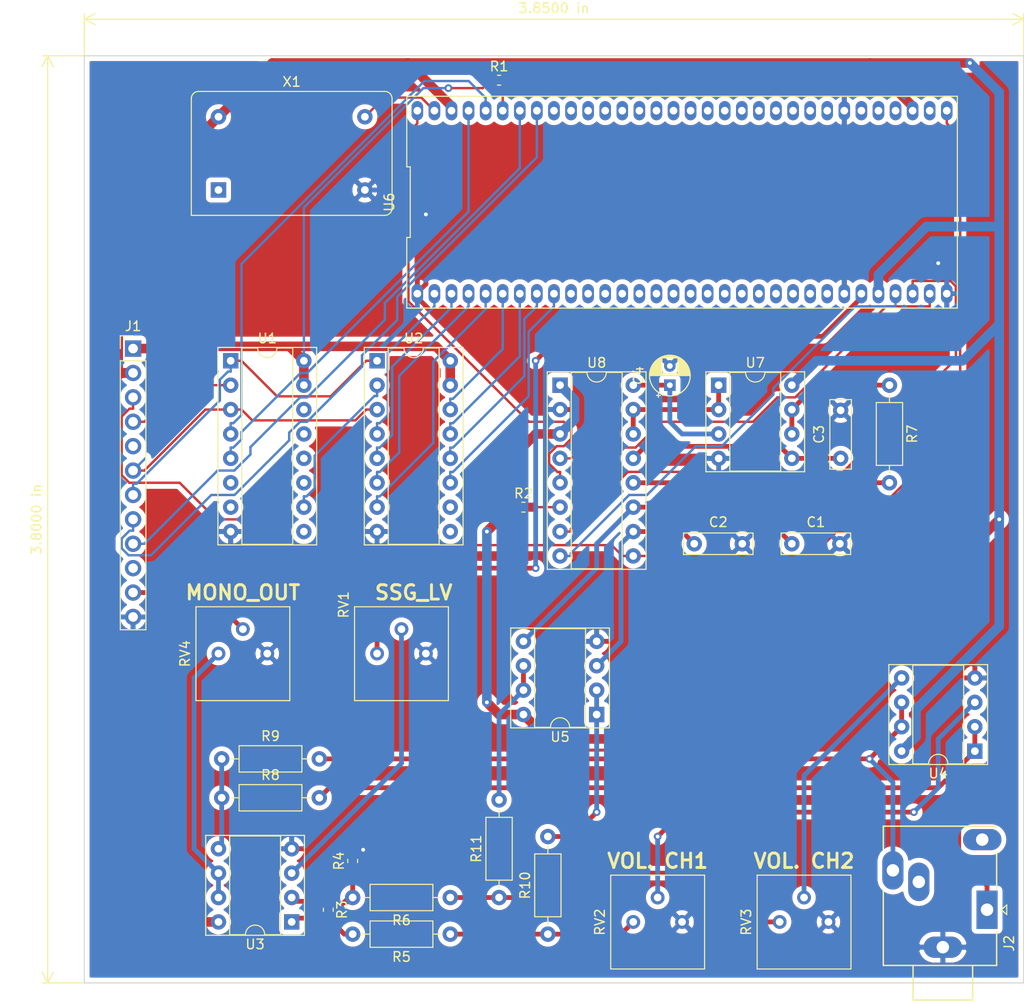
<source format=kicad_pcb>
(kicad_pcb (version 20171130) (host pcbnew "(5.1.4)-1")
  (title_block (title "YM2608 Test") (date 2020-01-15) (rev Rev.A) (company "Hiromichi Hatano"))
  (layers (0 F.Cu signal) (31 B.Cu signal) (34 B.Paste user) (35 F.Paste user) (36 B.SilkS user) (37 F.SilkS user) (38 B.Mask user) (39 F.Mask user) (44 Edge.Cuts user))
  (net 0 "")
  (net 1 "Net-(C1-Pad1)")
  (net 2 GND)
  (net 3 "Net-(C2-Pad1)")
  (net 4 "Net-(C3-Pad1)")
  (net 5 +3V3)
  (net 6 +5V)
  (net 7 RST)
  (net 8 SPI_MOSI)
  (net 9 SPI_SCK)
  (net 10 SPI_SS)
  (net 11 YM_CS)
  (net 12 YM_WR)
  (net 13 MONOSPK_OUT)
  (net 14 "Net-(J2-PadT)")
  (net 15 "Net-(J2-PadR)")
  (net 16 "Net-(R1-Pad2)")
  (net 17 "Net-(R2-Pad2)")
  (net 18 "Net-(R3-Pad2)")
  (net 19 "Net-(R3-Pad1)")
  (net 20 "Net-(RV1-Pad2)")
  (net 21 "Net-(RV2-Pad2)")
  (net 22 "Net-(RV3-Pad2)")
  (net 23 "Net-(U1-Pad10)")
  (net 24 "Net-(U1-Pad4)")
  (net 25 "Net-(U1-Pad5)")
  (net 26 "Net-(U2-Pad11)")
  (net 27 "Net-(U2-Pad4)")
  (net 28 "Net-(U2-Pad12)")
  (net 29 "Net-(U2-Pad5)")
  (net 30 "Net-(U2-Pad13)")
  (net 31 "Net-(U2-Pad6)")
  (net 32 "Net-(U2-Pad14)")
  (net 33 "Net-(U2-Pad7)")
  (net 34 "Net-(C4-Pad1)")
  (net 35 "Net-(R10-Pad1)")
  (net 36 "Net-(R11-Pad1)")
  (net 37 "Net-(R7-Pad2)")
  (net 38 "Net-(R7-Pad1)")
  (net 39 "Net-(R8-Pad1)")
  (net 40 "Net-(R10-Pad2)")
  (net 41 "Net-(R11-Pad2)")
  (net 42 "Net-(RV1-Pad3)")
  (net 43 "Net-(RV4-Pad3)")
  (net 44 "Net-(U6-Pad31)")
  (net 45 "Net-(U6-Pad30)")
  (net 46 "Net-(U6-Pad29)")
  (net 47 "Net-(U6-Pad63)")
  (net 48 "Net-(U6-Pad64)")
  (net 49 "Net-(U7-Pad1)")
  (module Resistor_SMD:R_0603_1608Metric_Pad1.05x0.95mm_HandSolder (layer F.Cu) (at 90.17 111.76 90)
    (fp_text reference R4 (at 0 -1.43 90) (layer F.SilkS))
    (fp_text value 4.7K)
    (pad 2 smd roundrect (at 0.875 0 90) (size 1.05 0.95) (layers F.Cu F.Paste F.Mask) (net 2 GND))
    (pad 1 smd roundrect (at -0.875 0 90) (size 1.05 0.95) (layers F.Cu F.Paste F.Mask) (net 18 "Net-(R3-Pad2)"))
  )
  (module Resistor_SMD:R_0603_1608Metric_Pad1.05x0.95mm_HandSolder (layer F.Cu) (at 87.63 116.84 270)
    (fp_text reference R3 (at 0 -1.43 90) (layer F.SilkS))
    (fp_text value 10K)
    (pad 2 smd roundrect (at 0.875 0 270) (size 1.05 0.95) (layers F.Cu F.Paste F.Mask) (net 18 "Net-(R3-Pad2)"))
    (pad 1 smd roundrect (at -0.875 0 270) (size 1.05 0.95) (layers F.Cu F.Paste F.Mask) (net 19 "Net-(R3-Pad1)"))
  )
  (module Capacitor_THT:C_Rect_L7.0mm_W2.0mm_P5.00mm (layer F.Cu) (at 140.97 69.85 90)
    (fp_text reference C3 (at 2.5 -2.25 90) (layer F.SilkS))
    (fp_text value 68-33pF)
    (pad 2 thru_hole circle (at 5 0 90) (size 1.6 1.6) (drill 0.8) (layers *.Cu *.Mask) (net 2 GND))
    (pad 1 thru_hole circle (at 0 0 90) (size 1.6 1.6) (drill 0.8) (layers *.Cu *.Mask) (net 4 "Net-(C3-Pad1)"))
  )
  (module new_lib:DIP-64_750_ELL (layer F.Cu) (at 124.46 43.18)
    (fp_text reference U6 (at -30.48 0 -270) (layer F.SilkS))
    (fp_text value YM2608B)
    (pad 32 thru_hole oval (at 27.559 9.525) (size 1.2 2) (drill 0.8) (layers *.Cu *.Mask) (net 2 GND))
    (pad 33 thru_hole oval (at 27.559 -9.525) (size 1.2 2) (drill 0.8) (layers *.Cu *.Mask) (net 7 RST))
    (pad 31 thru_hole oval (at 25.781 9.525) (size 1.2 2) (drill 0.8) (layers *.Cu *.Mask) (net 44 "Net-(U6-Pad31)"))
    (pad 34 thru_hole oval (at 25.781 -9.525) (size 1.2 2) (drill 0.8) (layers *.Cu *.Mask))
    (pad 30 thru_hole oval (at 24.003 9.525) (size 1.2 2) (drill 0.8) (layers *.Cu *.Mask) (net 45 "Net-(U6-Pad30)"))
    (pad 35 thru_hole oval (at 24.003 -9.525) (size 1.2 2) (drill 0.8) (layers *.Cu *.Mask) (net 6 +5V))
    (pad 29 thru_hole oval (at 22.225 9.525) (size 1.2 2) (drill 0.8) (layers *.Cu *.Mask) (net 46 "Net-(U6-Pad29)"))
    (pad 36 thru_hole oval (at 22.225 -9.525) (size 1.2 2) (drill 0.8) (layers *.Cu *.Mask))
    (pad 28 thru_hole oval (at 20.447 9.525) (size 1.2 2) (drill 0.8) (layers *.Cu *.Mask) (net 6 +5V))
    (pad 37 thru_hole oval (at 20.447 -9.525) (size 1.2 2) (drill 0.8) (layers *.Cu *.Mask))
    (pad 27 thru_hole oval (at 18.669 9.525) (size 1.2 2) (drill 0.8) (layers *.Cu *.Mask) (net 42 "Net-(RV1-Pad3)"))
    (pad 38 thru_hole oval (at 18.669 -9.525) (size 1.2 2) (drill 0.8) (layers *.Cu *.Mask))
    (pad 26 thru_hole oval (at 16.891 9.525) (size 1.2 2) (drill 0.8) (layers *.Cu *.Mask) (net 2 GND))
    (pad 39 thru_hole oval (at 16.891 -9.525) (size 1.2 2) (drill 0.8) (layers *.Cu *.Mask) (net 2 GND))
    (pad 25 thru_hole oval (at 15.113 9.525) (size 1.2 2) (drill 0.8) (layers *.Cu *.Mask))
    (pad 40 thru_hole oval (at 15.113 -9.525) (size 1.2 2) (drill 0.8) (layers *.Cu *.Mask))
    (pad 24 thru_hole oval (at 13.335 9.525) (size 1.2 2) (drill 0.8) (layers *.Cu *.Mask))
    (pad 41 thru_hole oval (at 13.335 -9.525) (size 1.2 2) (drill 0.8) (layers *.Cu *.Mask))
    (pad 23 thru_hole oval (at 11.557 9.525) (size 1.2 2) (drill 0.8) (layers *.Cu *.Mask))
    (pad 42 thru_hole oval (at 11.557 -9.525) (size 1.2 2) (drill 0.8) (layers *.Cu *.Mask))
    (pad 22 thru_hole oval (at 9.779 9.525) (size 1.2 2) (drill 0.8) (layers *.Cu *.Mask))
    (pad 43 thru_hole oval (at 9.779 -9.525) (size 1.2 2) (drill 0.8) (layers *.Cu *.Mask))
    (pad 21 thru_hole oval (at 8.001 9.525) (size 1.2 2) (drill 0.8) (layers *.Cu *.Mask))
    (pad 44 thru_hole oval (at 8.001 -9.525) (size 1.2 2) (drill 0.8) (layers *.Cu *.Mask))
    (pad 20 thru_hole oval (at 6.223 9.525) (size 1.2 2) (drill 0.8) (layers *.Cu *.Mask))
    (pad 45 thru_hole oval (at 6.223 -9.525) (size 1.2 2) (drill 0.8) (layers *.Cu *.Mask))
    (pad 19 thru_hole oval (at 4.445 9.525) (size 1.2 2) (drill 0.8) (layers *.Cu *.Mask))
    (pad 46 thru_hole oval (at 4.445 -9.525) (size 1.2 2) (drill 0.8) (layers *.Cu *.Mask))
    (pad 18 thru_hole oval (at 2.667 9.525) (size 1.2 2) (drill 0.8) (layers *.Cu *.Mask))
    (pad 47 thru_hole oval (at 2.667 -9.525) (size 1.2 2) (drill 0.8) (layers *.Cu *.Mask))
    (pad 17 thru_hole oval (at 0.889 9.525) (size 1.2 2) (drill 0.8) (layers *.Cu *.Mask))
    (pad 48 thru_hole oval (at 0.889 -9.525) (size 1.2 2) (drill 0.8) (layers *.Cu *.Mask))
    (pad 16 thru_hole oval (at -0.889 9.525) (size 1.2 2) (drill 0.8) (layers *.Cu *.Mask))
    (pad 49 thru_hole oval (at -0.889 -9.525) (size 1.2 2) (drill 0.8) (layers *.Cu *.Mask))
    (pad 15 thru_hole oval (at -2.667 9.525) (size 1.2 2) (drill 0.8) (layers *.Cu *.Mask))
    (pad 50 thru_hole oval (at -2.667 -9.525) (size 1.2 2) (drill 0.8) (layers *.Cu *.Mask))
    (pad 14 thru_hole oval (at -4.445 9.525) (size 1.2 2) (drill 0.8) (layers *.Cu *.Mask))
    (pad 51 thru_hole oval (at -4.445 -9.525) (size 1.2 2) (drill 0.8) (layers *.Cu *.Mask))
    (pad 13 thru_hole oval (at -6.223 9.525) (size 1.2 2) (drill 0.8) (layers *.Cu *.Mask))
    (pad 52 thru_hole oval (at -6.223 -9.525) (size 1.2 2) (drill 0.8) (layers *.Cu *.Mask))
    (pad 12 thru_hole oval (at -8.001 9.525) (size 1.2 2) (drill 0.8) (layers *.Cu *.Mask))
    (pad 53 thru_hole oval (at -8.001 -9.525) (size 1.2 2) (drill 0.8) (layers *.Cu *.Mask))
    (pad 11 thru_hole oval (at -9.779 9.525) (size 1.2 2) (drill 0.8) (layers *.Cu *.Mask))
    (pad 54 thru_hole oval (at -9.779 -9.525) (size 1.2 2) (drill 0.8) (layers *.Cu *.Mask))
    (pad 10 thru_hole oval (at -11.557 9.525) (size 1.2 2) (drill 0.8) (layers *.Cu *.Mask))
    (pad 55 thru_hole oval (at -11.557 -9.525) (size 1.2 2) (drill 0.8) (layers *.Cu *.Mask))
    (pad 9 thru_hole oval (at -13.335 9.525) (size 1.2 2) (drill 0.8) (layers *.Cu *.Mask) (net 26 "Net-(U2-Pad11)"))
    (pad 56 thru_hole oval (at -13.335 -9.525) (size 1.2 2) (drill 0.8) (layers *.Cu *.Mask))
    (pad 8 thru_hole oval (at -15.113 9.525) (size 1.2 2) (drill 0.8) (layers *.Cu *.Mask) (net 28 "Net-(U2-Pad12)"))
    (pad 57 thru_hole oval (at -15.113 -9.525) (size 1.2 2) (drill 0.8) (layers *.Cu *.Mask) (net 11 YM_CS))
    (pad 7 thru_hole oval (at -16.891 9.525) (size 1.2 2) (drill 0.8) (layers *.Cu *.Mask) (net 30 "Net-(U2-Pad13)"))
    (pad 58 thru_hole oval (at -16.891 -9.525) (size 1.2 2) (drill 0.8) (layers *.Cu *.Mask) (net 12 YM_WR))
    (pad 6 thru_hole oval (at -18.669 9.525) (size 1.2 2) (drill 0.8) (layers *.Cu *.Mask) (net 32 "Net-(U2-Pad14)"))
    (pad 59 thru_hole oval (at -18.669 -9.525) (size 1.2 2) (drill 0.8) (layers *.Cu *.Mask) (net 16 "Net-(R1-Pad2)"))
    (pad 5 thru_hole oval (at -20.447 9.525) (size 1.2 2) (drill 0.8) (layers *.Cu *.Mask) (net 33 "Net-(U2-Pad7)"))
    (pad 60 thru_hole oval (at -20.447 -9.525) (size 1.2 2) (drill 0.8) (layers *.Cu *.Mask) (net 24 "Net-(U1-Pad4)"))
    (pad 4 thru_hole oval (at -22.225 9.525) (size 1.2 2) (drill 0.8) (layers *.Cu *.Mask) (net 31 "Net-(U2-Pad6)"))
    (pad 61 thru_hole oval (at -22.225 -9.525) (size 1.2 2) (drill 0.8) (layers *.Cu *.Mask) (net 25 "Net-(U1-Pad5)"))
    (pad 3 thru_hole oval (at -24.003 9.525) (size 1.2 2) (drill 0.8) (layers *.Cu *.Mask) (net 29 "Net-(U2-Pad5)"))
    (pad 62 thru_hole oval (at -24.003 -9.525) (size 1.2 2) (drill 0.8) (layers *.Cu *.Mask) (net 6 +5V))
    (pad 2 thru_hole oval (at -25.781 9.525) (size 1.2 2) (drill 0.8) (layers *.Cu *.Mask) (net 27 "Net-(U2-Pad4)"))
    (pad 63 thru_hole oval (at -25.781 -9.525) (size 1.2 2) (drill 0.8) (layers *.Cu *.Mask) (net 47 "Net-(U6-Pad63)"))
    (pad 1 thru_hole oval (at -27.559 9.525) (size 1.2 2) (drill 0.8) (layers *.Cu *.Mask) (net 2 GND))
    (pad 64 thru_hole oval (at -27.559 -9.525) (size 1.2 2) (drill 0.8) (layers *.Cu *.Mask) (net 48 "Net-(U6-Pad64)"))
  )
  (module Package_DIP:DIP-8_W7.62mm_Socket (layer F.Cu) (at 154.94 100.33 180)
    (fp_text reference U4 (at 3.81 -2.33) (layer F.SilkS))
    (fp_text value NJM4560)
    (pad 8 thru_hole oval (at 7.62 0 180) (size 1.6 1.6) (drill 0.8) (layers *.Cu *.Mask) (net 6 +5V))
    (pad 4 thru_hole oval (at 0 7.62 180) (size 1.6 1.6) (drill 0.8) (layers *.Cu *.Mask) (net 2 GND))
    (pad 7 thru_hole oval (at 7.62 2.54 180) (size 1.6 1.6) (drill 0.8) (layers *.Cu *.Mask) (net 15 "Net-(J2-PadR)"))
    (pad 3 thru_hole oval (at 0 5.08 180) (size 1.6 1.6) (drill 0.8) (layers *.Cu *.Mask) (net 21 "Net-(RV2-Pad2)"))
    (pad 6 thru_hole oval (at 7.62 5.08 180) (size 1.6 1.6) (drill 0.8) (layers *.Cu *.Mask) (net 15 "Net-(J2-PadR)"))
    (pad 2 thru_hole oval (at 0 2.54 180) (size 1.6 1.6) (drill 0.8) (layers *.Cu *.Mask) (net 14 "Net-(J2-PadT)"))
    (pad 5 thru_hole oval (at 7.62 7.62 180) (size 1.6 1.6) (drill 0.8) (layers *.Cu *.Mask) (net 22 "Net-(RV3-Pad2)"))
    (pad 1 thru_hole rect (at 0 0 180) (size 1.6 1.6) (drill 0.8) (layers *.Cu *.Mask) (net 14 "Net-(J2-PadT)"))
  )
  (module Potentiometer_THT:Potentiometer_Bourns_3386P_Vertical (layer F.Cu) (at 81.28 90.17 90)
    (fp_text reference RV4 (at -0.015 -8.555 90) (layer F.SilkS))
    (fp_text value 10K)
    (pad 1 thru_hole circle (at 0 0 90) (size 1.44 1.44) (drill 0.8) (layers *.Cu *.Mask) (net 2 GND))
    (pad 2 thru_hole circle (at 2.54 -2.54 90) (size 1.44 1.44) (drill 0.8) (layers *.Cu *.Mask) (net 13 MONOSPK_OUT))
    (pad 3 thru_hole circle (at 0 -5.08 90) (size 1.44 1.44) (drill 0.8) (layers *.Cu *.Mask) (net 43 "Net-(RV4-Pad3)"))
  )
  (module Capacitor_THT:C_Rect_L7.0mm_W2.0mm_P5.00mm (layer F.Cu) (at 135.89 78.74)
    (fp_text reference C1 (at 2.5 -2.25) (layer F.SilkS))
    (fp_text value 2700PF)
    (pad 1 thru_hole circle (at 0 0) (size 1.6 1.6) (drill 0.8) (layers *.Cu *.Mask) (net 1 "Net-(C1-Pad1)"))
    (pad 2 thru_hole circle (at 5 0) (size 1.6 1.6) (drill 0.8) (layers *.Cu *.Mask) (net 2 GND))
  )
  (module Capacitor_THT:C_Rect_L7.0mm_W2.0mm_P5.00mm (layer F.Cu) (at 125.73 78.74)
    (fp_text reference C2 (at 2.5 -2.25) (layer F.SilkS))
    (fp_text value 2700PF)
    (pad 2 thru_hole circle (at 5 0) (size 1.6 1.6) (drill 0.8) (layers *.Cu *.Mask) (net 2 GND))
    (pad 1 thru_hole circle (at 0 0) (size 1.6 1.6) (drill 0.8) (layers *.Cu *.Mask) (net 3 "Net-(C2-Pad1)"))
  )
  (module Capacitor_THT:CP_Radial_D4.0mm_P2.00mm (layer F.Cu) (at 123.19 62.23 90)
    (fp_text reference C4 (at 1 -3.25 90) (layer F.SilkS))
    (fp_text value 10u)
    (pad 1 thru_hole rect (at 0 0 90) (size 1.2 1.2) (drill 0.6) (layers *.Cu *.Mask) (net 34 "Net-(C4-Pad1)"))
    (pad 2 thru_hole circle (at 2 0 90) (size 1.2 1.2) (drill 0.6) (layers *.Cu *.Mask) (net 2 GND))
  )
  (module Connector_PinHeader_2.54mm:PinHeader_1x12_P2.54mm_Vertical (layer F.Cu) (at 67.31 58.42)
    (fp_text reference J1 (at 0 -2.33) (layer F.SilkS))
    (fp_text value Conn_01x12)
    (pad 1 thru_hole rect (at 0 0) (size 1.7 1.7) (drill 1) (layers *.Cu *.Mask) (net 5 +3V3))
    (pad 2 thru_hole oval (at 0 2.54) (size 1.7 1.7) (drill 1) (layers *.Cu *.Mask) (net 6 +5V))
    (pad 3 thru_hole oval (at 0 5.08) (size 1.7 1.7) (drill 1) (layers *.Cu *.Mask) (net 7 RST))
    (pad 4 thru_hole oval (at 0 7.62) (size 1.7 1.7) (drill 1) (layers *.Cu *.Mask) (net 8 SPI_MOSI))
    (pad 5 thru_hole oval (at 0 10.16) (size 1.7 1.7) (drill 1) (layers *.Cu *.Mask))
    (pad 6 thru_hole oval (at 0 12.7) (size 1.7 1.7) (drill 1) (layers *.Cu *.Mask) (net 9 SPI_SCK))
    (pad 7 thru_hole oval (at 0 15.24) (size 1.7 1.7) (drill 1) (layers *.Cu *.Mask) (net 10 SPI_SS))
    (pad 8 thru_hole oval (at 0 17.78) (size 1.7 1.7) (drill 1) (layers *.Cu *.Mask) (net 11 YM_CS))
    (pad 9 thru_hole oval (at 0 20.32) (size 1.7 1.7) (drill 1) (layers *.Cu *.Mask) (net 12 YM_WR))
    (pad 10 thru_hole oval (at 0 22.86) (size 1.7 1.7) (drill 1) (layers *.Cu *.Mask))
    (pad 11 thru_hole oval (at 0 25.4) (size 1.7 1.7) (drill 1) (layers *.Cu *.Mask) (net 13 MONOSPK_OUT))
    (pad 12 thru_hole oval (at 0 27.94) (size 1.7 1.7) (drill 1) (layers *.Cu *.Mask) (net 2 GND))
  )
  (module Connector_Audio:Jack_3.5mm_Ledino_KB3SPRS_Horizontal (layer F.Cu) (at 156.21 116.84 90)
    (fp_text reference J2 (at -3.5 2.3 90) (layer F.SilkS))
    (fp_text value AudioJack3)
    (pad T thru_hole rect (at 0 0 90) (size 4 2.2) (drill 1.3) (layers *.Cu *.Mask) (net 14 "Net-(J2-PadT)"))
    (pad TN thru_hole oval (at 7.3 -0.5 180) (size 4 2.2) (drill 1.3) (layers *.Cu *.Mask))
    (pad RN thru_hole oval (at 2.9 -7.1 90) (size 4 2.2) (drill 1.3) (layers *.Cu *.Mask))
    (pad R thru_hole oval (at 4.1 -9.8 90) (size 4 2.2) (drill 1.3) (layers *.Cu *.Mask) (net 15 "Net-(J2-PadR)"))
    (pad S thru_hole oval (at -3.9 -4.6 90) (size 2.2 4) (drill 1.3) (layers *.Cu *.Mask) (net 2 GND))
  )
  (module Resistor_SMD:R_0603_1608Metric_Pad1.05x0.95mm_HandSolder (layer F.Cu) (at 105.41 30.48)
    (fp_text reference R1 (at 0 -1.43) (layer F.SilkS))
    (fp_text value 1K)
    (pad 2 smd roundrect (at 0.875 0) (size 1.05 0.95) (layers F.Cu F.Paste F.Mask) (net 16 "Net-(R1-Pad2)"))
    (pad 1 smd roundrect (at -0.875 0) (size 1.05 0.95) (layers F.Cu F.Paste F.Mask) (net 5 +3V3))
  )
  (module Resistor_SMD:R_0603_1608Metric_Pad1.05x0.95mm_HandSolder (layer F.Cu) (at 107.95 74.93)
    (fp_text reference R2 (at 0 -1.43) (layer F.SilkS))
    (fp_text value 1K)
    (pad 1 smd roundrect (at -0.875 0) (size 1.05 0.95) (layers F.Cu F.Paste F.Mask) (net 6 +5V))
    (pad 2 smd roundrect (at 0.875 0) (size 1.05 0.95) (layers F.Cu F.Paste F.Mask) (net 17 "Net-(R2-Pad2)"))
  )
  (module Resistor_THT:R_Axial_DIN0207_L6.3mm_D2.5mm_P10.16mm_Horizontal (layer F.Cu) (at 100.33 119.38 180)
    (fp_text reference R5 (at 5.08 -2.37) (layer F.SilkS))
    (fp_text value 10K)
    (pad 2 thru_hole oval (at 10.16 0 180) (size 1.6 1.6) (drill 0.8) (layers *.Cu *.Mask) (net 18 "Net-(R3-Pad2)"))
    (pad 1 thru_hole circle (at 0 0 180) (size 1.6 1.6) (drill 0.8) (layers *.Cu *.Mask) (net 35 "Net-(R10-Pad1)"))
  )
  (module Resistor_THT:R_Axial_DIN0207_L6.3mm_D2.5mm_P10.16mm_Horizontal (layer F.Cu) (at 100.33 115.57 180)
    (fp_text reference R6 (at 5.08 -2.37) (layer F.SilkS))
    (fp_text value 10K)
    (pad 1 thru_hole circle (at 0 0 180) (size 1.6 1.6) (drill 0.8) (layers *.Cu *.Mask) (net 36 "Net-(R11-Pad1)"))
    (pad 2 thru_hole oval (at 10.16 0 180) (size 1.6 1.6) (drill 0.8) (layers *.Cu *.Mask) (net 18 "Net-(R3-Pad2)"))
  )
  (module Resistor_THT:R_Axial_DIN0207_L6.3mm_D2.5mm_P10.16mm_Horizontal (layer F.Cu) (at 146.05 62.23 270)
    (fp_text reference R7 (at 5.08 -2.37 90) (layer F.SilkS))
    (fp_text value 33)
    (pad 2 thru_hole oval (at 10.16 0 270) (size 1.6 1.6) (drill 0.8) (layers *.Cu *.Mask) (net 37 "Net-(R7-Pad2)"))
    (pad 1 thru_hole circle (at 0 0 270) (size 1.6 1.6) (drill 0.8) (layers *.Cu *.Mask) (net 38 "Net-(R7-Pad1)"))
  )
  (module Resistor_THT:R_Axial_DIN0207_L6.3mm_D2.5mm_P10.16mm_Horizontal (layer F.Cu) (at 76.535 105.185)
    (fp_text reference R8 (at 5.08 -2.37) (layer F.SilkS))
    (fp_text value 10K)
    (pad 1 thru_hole circle (at 0 0) (size 1.6 1.6) (drill 0.8) (layers *.Cu *.Mask) (net 39 "Net-(R8-Pad1)"))
    (pad 2 thru_hole oval (at 10.16 0) (size 1.6 1.6) (drill 0.8) (layers *.Cu *.Mask) (net 14 "Net-(J2-PadT)"))
  )
  (module Resistor_THT:R_Axial_DIN0207_L6.3mm_D2.5mm_P10.16mm_Horizontal (layer F.Cu) (at 76.535 101.135)
    (fp_text reference R9 (at 5.08 -2.37) (layer F.SilkS))
    (fp_text value 10K)
    (pad 1 thru_hole circle (at 0 0) (size 1.6 1.6) (drill 0.8) (layers *.Cu *.Mask) (net 39 "Net-(R8-Pad1)"))
    (pad 2 thru_hole oval (at 10.16 0) (size 1.6 1.6) (drill 0.8) (layers *.Cu *.Mask) (net 15 "Net-(J2-PadR)"))
  )
  (module Resistor_THT:R_Axial_DIN0207_L6.3mm_D2.5mm_P10.16mm_Horizontal (layer F.Cu) (at 110.49 119.38 90)
    (fp_text reference R10 (at 5.08 -2.37 90) (layer F.SilkS))
    (fp_text value 10K)
    (pad 2 thru_hole oval (at 10.16 0 90) (size 1.6 1.6) (drill 0.8) (layers *.Cu *.Mask) (net 40 "Net-(R10-Pad2)"))
    (pad 1 thru_hole circle (at 0 0 90) (size 1.6 1.6) (drill 0.8) (layers *.Cu *.Mask) (net 35 "Net-(R10-Pad1)"))
  )
  (module Resistor_THT:R_Axial_DIN0207_L6.3mm_D2.5mm_P10.16mm_Horizontal (layer F.Cu) (at 105.41 115.57 90)
    (fp_text reference R11 (at 5.08 -2.37 90) (layer F.SilkS))
    (fp_text value 10K)
    (pad 1 thru_hole circle (at 0 0 90) (size 1.6 1.6) (drill 0.8) (layers *.Cu *.Mask) (net 36 "Net-(R11-Pad1)"))
    (pad 2 thru_hole oval (at 10.16 0 90) (size 1.6 1.6) (drill 0.8) (layers *.Cu *.Mask) (net 41 "Net-(R11-Pad2)"))
  )
  (module Potentiometer_THT:Potentiometer_Bourns_3386P_Vertical (layer F.Cu) (at 97.79 90.17 90)
    (fp_text reference RV1 (at 5.08 -8.555 90) (layer F.SilkS))
    (fp_text value 10K)
    (pad 3 thru_hole circle (at 0 -5.08 90) (size 1.44 1.44) (drill 0.8) (layers *.Cu *.Mask) (net 42 "Net-(RV1-Pad3)"))
    (pad 2 thru_hole circle (at 2.54 -2.54 90) (size 1.44 1.44) (drill 0.8) (layers *.Cu *.Mask) (net 20 "Net-(RV1-Pad2)"))
    (pad 1 thru_hole circle (at 0 0 90) (size 1.44 1.44) (drill 0.8) (layers *.Cu *.Mask) (net 2 GND))
  )
  (module Potentiometer_THT:Potentiometer_Bourns_3386P_Vertical (layer F.Cu) (at 124.46 118.11 90)
    (fp_text reference RV2 (at -0.015 -8.555 90) (layer F.SilkS))
    (fp_text value 10K)
    (pad 3 thru_hole circle (at 0 -5.08 90) (size 1.44 1.44) (drill 0.8) (layers *.Cu *.Mask) (net 35 "Net-(R10-Pad1)"))
    (pad 2 thru_hole circle (at 2.54 -2.54 90) (size 1.44 1.44) (drill 0.8) (layers *.Cu *.Mask) (net 21 "Net-(RV2-Pad2)"))
    (pad 1 thru_hole circle (at 0 0 90) (size 1.44 1.44) (drill 0.8) (layers *.Cu *.Mask) (net 2 GND))
  )
  (module Potentiometer_THT:Potentiometer_Bourns_3386P_Vertical (layer F.Cu) (at 139.7 118.11 90)
    (fp_text reference RV3 (at -0.015 -8.555 90) (layer F.SilkS))
    (fp_text value 10K)
    (pad 1 thru_hole circle (at 0 0 90) (size 1.44 1.44) (drill 0.8) (layers *.Cu *.Mask) (net 2 GND))
    (pad 2 thru_hole circle (at 2.54 -2.54 90) (size 1.44 1.44) (drill 0.8) (layers *.Cu *.Mask) (net 22 "Net-(RV3-Pad2)"))
    (pad 3 thru_hole circle (at 0 -5.08 90) (size 1.44 1.44) (drill 0.8) (layers *.Cu *.Mask) (net 36 "Net-(R11-Pad1)"))
  )
  (module Package_DIP:DIP-16_W7.62mm_Socket (layer F.Cu) (at 77.47 59.69)
    (fp_text reference U1 (at 3.81 -2.33) (layer F.SilkS))
    (fp_text value 4094)
    (pad 1 thru_hole rect (at 0 0) (size 1.6 1.6) (drill 0.8) (layers *.Cu *.Mask) (net 10 SPI_SS))
    (pad 9 thru_hole oval (at 7.62 17.78) (size 1.6 1.6) (drill 0.8) (layers *.Cu *.Mask))
    (pad 2 thru_hole oval (at 0 2.54) (size 1.6 1.6) (drill 0.8) (layers *.Cu *.Mask) (net 8 SPI_MOSI))
    (pad 10 thru_hole oval (at 7.62 15.24) (size 1.6 1.6) (drill 0.8) (layers *.Cu *.Mask) (net 23 "Net-(U1-Pad10)"))
    (pad 3 thru_hole oval (at 0 5.08) (size 1.6 1.6) (drill 0.8) (layers *.Cu *.Mask) (net 9 SPI_SCK))
    (pad 11 thru_hole oval (at 7.62 12.7) (size 1.6 1.6) (drill 0.8) (layers *.Cu *.Mask))
    (pad 4 thru_hole oval (at 0 7.62) (size 1.6 1.6) (drill 0.8) (layers *.Cu *.Mask) (net 24 "Net-(U1-Pad4)"))
    (pad 12 thru_hole oval (at 7.62 10.16) (size 1.6 1.6) (drill 0.8) (layers *.Cu *.Mask))
    (pad 5 thru_hole oval (at 0 10.16) (size 1.6 1.6) (drill 0.8) (layers *.Cu *.Mask) (net 25 "Net-(U1-Pad5)"))
    (pad 13 thru_hole oval (at 7.62 7.62) (size 1.6 1.6) (drill 0.8) (layers *.Cu *.Mask))
    (pad 6 thru_hole oval (at 0 12.7) (size 1.6 1.6) (drill 0.8) (layers *.Cu *.Mask))
    (pad 14 thru_hole oval (at 7.62 5.08) (size 1.6 1.6) (drill 0.8) (layers *.Cu *.Mask))
    (pad 7 thru_hole oval (at 0 15.24) (size 1.6 1.6) (drill 0.8) (layers *.Cu *.Mask))
    (pad 15 thru_hole oval (at 7.62 2.54) (size 1.6 1.6) (drill 0.8) (layers *.Cu *.Mask) (net 5 +3V3))
    (pad 8 thru_hole oval (at 0 17.78) (size 1.6 1.6) (drill 0.8) (layers *.Cu *.Mask) (net 2 GND))
    (pad 16 thru_hole oval (at 7.62 0) (size 1.6 1.6) (drill 0.8) (layers *.Cu *.Mask) (net 5 +3V3))
  )
  (module Package_DIP:DIP-16_W7.62mm_Socket (layer F.Cu) (at 92.71 59.69)
    (fp_text reference U2 (at 3.81 -2.33) (layer F.SilkS))
    (fp_text value 4094)
    (pad 1 thru_hole rect (at 0 0) (size 1.6 1.6) (drill 0.8) (layers *.Cu *.Mask) (net 10 SPI_SS))
    (pad 9 thru_hole oval (at 7.62 17.78) (size 1.6 1.6) (drill 0.8) (layers *.Cu *.Mask))
    (pad 2 thru_hole oval (at 0 2.54) (size 1.6 1.6) (drill 0.8) (layers *.Cu *.Mask) (net 23 "Net-(U1-Pad10)"))
    (pad 10 thru_hole oval (at 7.62 15.24) (size 1.6 1.6) (drill 0.8) (layers *.Cu *.Mask))
    (pad 3 thru_hole oval (at 0 5.08) (size 1.6 1.6) (drill 0.8) (layers *.Cu *.Mask) (net 9 SPI_SCK))
    (pad 11 thru_hole oval (at 7.62 12.7) (size 1.6 1.6) (drill 0.8) (layers *.Cu *.Mask) (net 26 "Net-(U2-Pad11)"))
    (pad 4 thru_hole oval (at 0 7.62) (size 1.6 1.6) (drill 0.8) (layers *.Cu *.Mask) (net 27 "Net-(U2-Pad4)"))
    (pad 12 thru_hole oval (at 7.62 10.16) (size 1.6 1.6) (drill 0.8) (layers *.Cu *.Mask) (net 28 "Net-(U2-Pad12)"))
    (pad 5 thru_hole oval (at 0 10.16) (size 1.6 1.6) (drill 0.8) (layers *.Cu *.Mask) (net 29 "Net-(U2-Pad5)"))
    (pad 13 thru_hole oval (at 7.62 7.62) (size 1.6 1.6) (drill 0.8) (layers *.Cu *.Mask) (net 30 "Net-(U2-Pad13)"))
    (pad 6 thru_hole oval (at 0 12.7) (size 1.6 1.6) (drill 0.8) (layers *.Cu *.Mask) (net 31 "Net-(U2-Pad6)"))
    (pad 14 thru_hole oval (at 7.62 5.08) (size 1.6 1.6) (drill 0.8) (layers *.Cu *.Mask) (net 32 "Net-(U2-Pad14)"))
    (pad 7 thru_hole oval (at 0 15.24) (size 1.6 1.6) (drill 0.8) (layers *.Cu *.Mask) (net 33 "Net-(U2-Pad7)"))
    (pad 15 thru_hole oval (at 7.62 2.54) (size 1.6 1.6) (drill 0.8) (layers *.Cu *.Mask) (net 5 +3V3))
    (pad 8 thru_hole oval (at 0 17.78) (size 1.6 1.6) (drill 0.8) (layers *.Cu *.Mask) (net 2 GND))
    (pad 16 thru_hole oval (at 7.62 0) (size 1.6 1.6) (drill 0.8) (layers *.Cu *.Mask) (net 5 +3V3))
  )
  (module Package_DIP:DIP-8_W7.62mm_Socket (layer F.Cu) (at 83.82 118.11 180)
    (fp_text reference U3 (at 3.81 -2.33) (layer F.SilkS))
    (fp_text value NJM4560)
    (pad 8 thru_hole oval (at 7.62 0 180) (size 1.6 1.6) (drill 0.8) (layers *.Cu *.Mask) (net 6 +5V))
    (pad 4 thru_hole oval (at 0 7.62 180) (size 1.6 1.6) (drill 0.8) (layers *.Cu *.Mask) (net 2 GND))
    (pad 7 thru_hole oval (at 7.62 2.54 180) (size 1.6 1.6) (drill 0.8) (layers *.Cu *.Mask) (net 43 "Net-(RV4-Pad3)"))
    (pad 3 thru_hole oval (at 0 5.08 180) (size 1.6 1.6) (drill 0.8) (layers *.Cu *.Mask) (net 20 "Net-(RV1-Pad2)"))
    (pad 6 thru_hole oval (at 7.62 5.08 180) (size 1.6 1.6) (drill 0.8) (layers *.Cu *.Mask) (net 43 "Net-(RV4-Pad3)"))
    (pad 2 thru_hole oval (at 0 2.54 180) (size 1.6 1.6) (drill 0.8) (layers *.Cu *.Mask) (net 19 "Net-(R3-Pad1)"))
    (pad 5 thru_hole oval (at 7.62 7.62 180) (size 1.6 1.6) (drill 0.8) (layers *.Cu *.Mask) (net 39 "Net-(R8-Pad1)"))
    (pad 1 thru_hole rect (at 0 0 180) (size 1.6 1.6) (drill 0.8) (layers *.Cu *.Mask) (net 18 "Net-(R3-Pad2)"))
  )
  (module Package_DIP:DIP-16_W7.62mm_Socket (layer F.Cu) (at 111.76 62.23)
    (fp_text reference U8 (at 3.81 -2.33) (layer F.SilkS))
    (fp_text value YM3016-D)
    (pad 16 thru_hole oval (at 7.62 0) (size 1.6 1.6) (drill 0.8) (layers *.Cu *.Mask) (net 34 "Net-(C4-Pad1)"))
    (pad 8 thru_hole oval (at 0 17.78) (size 1.6 1.6) (drill 0.8) (layers *.Cu *.Mask) (net 46 "Net-(U6-Pad29)"))
    (pad 15 thru_hole oval (at 7.62 2.54) (size 1.6 1.6) (drill 0.8) (layers *.Cu *.Mask) (net 49 "Net-(U7-Pad1)"))
    (pad 7 thru_hole oval (at 0 15.24) (size 1.6 1.6) (drill 0.8) (layers *.Cu *.Mask) (net 45 "Net-(U6-Pad30)"))
    (pad 14 thru_hole oval (at 7.62 5.08) (size 1.6 1.6) (drill 0.8) (layers *.Cu *.Mask) (net 49 "Net-(U7-Pad1)"))
    (pad 6 thru_hole oval (at 0 12.7) (size 1.6 1.6) (drill 0.8) (layers *.Cu *.Mask) (net 17 "Net-(R2-Pad2)"))
    (pad 13 thru_hole oval (at 7.62 7.62) (size 1.6 1.6) (drill 0.8) (layers *.Cu *.Mask) (net 4 "Net-(C3-Pad1)"))
    (pad 5 thru_hole oval (at 0 10.16) (size 1.6 1.6) (drill 0.8) (layers *.Cu *.Mask) (net 48 "Net-(U6-Pad64)"))
    (pad 12 thru_hole oval (at 7.62 10.16) (size 1.6 1.6) (drill 0.8) (layers *.Cu *.Mask) (net 37 "Net-(R7-Pad2)"))
    (pad 4 thru_hole oval (at 0 7.62) (size 1.6 1.6) (drill 0.8) (layers *.Cu *.Mask) (net 44 "Net-(U6-Pad31)"))
    (pad 11 thru_hole oval (at 7.62 12.7) (size 1.6 1.6) (drill 0.8) (layers *.Cu *.Mask) (net 1 "Net-(C1-Pad1)"))
    (pad 3 thru_hole oval (at 0 5.08) (size 1.6 1.6) (drill 0.8) (layers *.Cu *.Mask) (net 6 +5V))
    (pad 10 thru_hole oval (at 7.62 15.24) (size 1.6 1.6) (drill 0.8) (layers *.Cu *.Mask) (net 3 "Net-(C2-Pad1)"))
    (pad 2 thru_hole oval (at 0 2.54) (size 1.6 1.6) (drill 0.8) (layers *.Cu *.Mask) (net 2 GND))
    (pad 9 thru_hole oval (at 7.62 17.78) (size 1.6 1.6) (drill 0.8) (layers *.Cu *.Mask) (net 7 RST))
    (pad 1 thru_hole rect (at 0 0) (size 1.6 1.6) (drill 0.8) (layers *.Cu *.Mask) (net 6 +5V))
  )
  (module Package_DIP:DIP-8_W7.62mm_Socket (layer F.Cu) (at 115.57 96.52 180)
    (fp_text reference U5 (at 3.81 -2.33) (layer F.SilkS))
    (fp_text value NJM4560)
    (pad 1 thru_hole rect (at 0 0 180) (size 1.6 1.6) (drill 0.8) (layers *.Cu *.Mask) (net 40 "Net-(R10-Pad2)"))
    (pad 5 thru_hole oval (at 7.62 7.62 180) (size 1.6 1.6) (drill 0.8) (layers *.Cu *.Mask) (net 1 "Net-(C1-Pad1)"))
    (pad 2 thru_hole oval (at 0 2.54 180) (size 1.6 1.6) (drill 0.8) (layers *.Cu *.Mask) (net 40 "Net-(R10-Pad2)"))
    (pad 6 thru_hole oval (at 7.62 5.08 180) (size 1.6 1.6) (drill 0.8) (layers *.Cu *.Mask) (net 41 "Net-(R11-Pad2)"))
    (pad 3 thru_hole oval (at 0 5.08 180) (size 1.6 1.6) (drill 0.8) (layers *.Cu *.Mask) (net 3 "Net-(C2-Pad1)"))
    (pad 7 thru_hole oval (at 7.62 2.54 180) (size 1.6 1.6) (drill 0.8) (layers *.Cu *.Mask) (net 41 "Net-(R11-Pad2)"))
    (pad 4 thru_hole oval (at 0 7.62 180) (size 1.6 1.6) (drill 0.8) (layers *.Cu *.Mask) (net 2 GND))
    (pad 8 thru_hole oval (at 7.62 0 180) (size 1.6 1.6) (drill 0.8) (layers *.Cu *.Mask) (net 6 +5V))
  )
  (module Package_DIP:DIP-8_W7.62mm_Socket (layer F.Cu) (at 128.27 62.23)
    (fp_text reference U7 (at 3.81 -2.33) (layer F.SilkS))
    (fp_text value NJM4560)
    (pad 8 thru_hole oval (at 7.62 0) (size 1.6 1.6) (drill 0.8) (layers *.Cu *.Mask) (net 6 +5V))
    (pad 4 thru_hole oval (at 0 7.62) (size 1.6 1.6) (drill 0.8) (layers *.Cu *.Mask) (net 2 GND))
    (pad 7 thru_hole oval (at 7.62 2.54) (size 1.6 1.6) (drill 0.8) (layers *.Cu *.Mask) (net 38 "Net-(R7-Pad1)"))
    (pad 3 thru_hole oval (at 0 5.08) (size 1.6 1.6) (drill 0.8) (layers *.Cu *.Mask) (net 34 "Net-(C4-Pad1)"))
    (pad 6 thru_hole oval (at 7.62 5.08) (size 1.6 1.6) (drill 0.8) (layers *.Cu *.Mask) (net 38 "Net-(R7-Pad1)"))
    (pad 2 thru_hole oval (at 0 2.54) (size 1.6 1.6) (drill 0.8) (layers *.Cu *.Mask) (net 49 "Net-(U7-Pad1)"))
    (pad 5 thru_hole oval (at 7.62 7.62) (size 1.6 1.6) (drill 0.8) (layers *.Cu *.Mask) (net 4 "Net-(C3-Pad1)"))
    (pad 1 thru_hole rect (at 0 0) (size 1.6 1.6) (drill 0.8) (layers *.Cu *.Mask) (net 49 "Net-(U7-Pad1)"))
  )
  (module Oscillator:Oscillator_DIP-14 (layer F.Cu) (at 76.2 41.91)
    (fp_text reference X1 (at 7.62 -11.26) (layer F.SilkS))
    (fp_text value 8MHz)
    (pad 1 thru_hole rect (at 0 0) (size 1.6 1.6) (drill 0.8) (layers *.Cu *.Mask))
    (pad 14 thru_hole circle (at 0 -7.62) (size 1.6 1.6) (drill 0.8) (layers *.Cu *.Mask) (net 6 +5V))
    (pad 8 thru_hole circle (at 15.24 -7.62) (size 1.6 1.6) (drill 0.8) (layers *.Cu *.Mask) (net 47 "Net-(U6-Pad63)"))
    (pad 7 thru_hole circle (at 15.24 0) (size 1.6 1.6) (drill 0.8) (layers *.Cu *.Mask) (net 2 GND))
  )
  (gr_text SSG_LV (at 96.52 83.82) (layer F.SilkS) (effects (font (size 1.5 1.5) (thickness 0.3))))
  (gr_text MONO_OUT (at 78.74 83.82) (layer F.SilkS) (effects (font (size 1.5 1.5) (thickness 0.3))))
  (gr_text "VOL. CH1" (at 121.92 111.76) (layer F.SilkS) (effects (font (size 1.5 1.5) (thickness 0.3))))
  (gr_text "VOL. CH2" (at 137.16 111.76) (layer F.SilkS) (effects (font (size 1.5 1.5) (thickness 0.3))))
  (gr_line (start 160.02 27.94) (end 62.23 27.94) (layer Edge.Cuts) (width 0.1))
  (gr_line (start 160.02 124.46) (end 160.02 27.94) (layer Edge.Cuts) (width 0.1))
  (gr_line (start 62.23 124.46) (end 160.02 124.46) (layer Edge.Cuts) (width 0.1))
  (gr_line (start 62.23 27.94) (end 62.23 124.46) (layer Edge.Cuts) (width 0.1))
  (dimension 96.52 (width 0.12) (layer F.SilkS) (gr_text "96.520 mm" (at 57.15 76.2 270) (layer F.SilkS) (effects (font (size 1 1) (thickness 0.15)))) (feature1 (pts (xy 62.23 124.46) (xy 57.833579 124.46))) (feature2 (pts (xy 62.23 27.94) (xy 57.833579 27.94))) (crossbar (pts (xy 58.42 27.94) (xy 58.42 124.46))) (arrow1a (pts (xy 58.42 124.46) (xy 57.833579 123.333496))) (arrow1b (pts (xy 58.42 124.46) (xy 59.006421 123.333496))) (arrow2a (pts (xy 58.42 27.94) (xy 57.833579 29.066504))) (arrow2b (pts (xy 58.42 27.94) (xy 59.006421 29.066504))))
  (dimension 97.79 (width 0.12) (layer F.SilkS) (gr_text "97.790 mm" (at 111.125 22.86) (layer F.SilkS) (effects (font (size 1 1) (thickness 0.15)))) (feature1 (pts (xy 160.02 27.94) (xy 160.02 23.543579))) (feature2 (pts (xy 62.23 27.94) (xy 62.23 23.543579))) (crossbar (pts (xy 62.23 24.13) (xy 160.02 24.13))) (arrow1a (pts (xy 160.02 24.13) (xy 158.893496 24.716421))) (arrow1b (pts (xy 160.02 24.13) (xy 158.893496 23.543579))) (arrow2a (pts (xy 62.23 24.13) (xy 63.356504 24.716421))) (arrow2b (pts (xy 62.23 24.13) (xy 63.356504 23.543579))))
  (segment (start 119.38 74.93) (end 115.57 78.74) (width 0.5) (layer B.Cu) (net 1))
  (segment (start 115.57 78.74) (end 115.57 81.28) (width 0.5) (layer B.Cu) (net 1))
  (segment (start 115.57 81.28) (end 107.95 88.9) (width 0.5) (layer B.Cu) (net 1))
  (segment (start 135.89 78.74) (end 132.08 74.93) (width 0.5) (layer F.Cu) (net 1))
  (segment (start 132.08 74.93) (end 119.38 74.93) (width 0.5) (layer F.Cu) (net 1))
  (segment (start 91.2623 110.5969) (end 90.4581 110.5969) (width 0.25) (layer F.Cu) (net 2))
  (segment (start 90.4581 110.5969) (end 90.17 110.885) (width 0.25) (layer F.Cu) (net 2))
  (via (at 91.2623 110.5969) (size 0.8) (layers F.Cu B.Cu) (net 2))
  (segment (start 91.44 41.91) (end 95.25 41.91) (width 0.5) (layer B.Cu) (net 2))
  (via (at 97.79 44.45) (size 0.8) (drill 0.4) (layers F.Cu B.Cu) (net 2))
  (segment (start 95.25 41.91) (end 97.79 44.45) (width 0.5) (layer B.Cu) (net 2))
  (segment (start 96.901 52.598062) (end 96.901 52.705) (width 0.5) (layer F.Cu) (net 2))
  (segment (start 97.79 51.709062) (end 96.901 52.598062) (width 0.5) (layer F.Cu) (net 2))
  (segment (start 97.79 44.45) (end 97.79 51.709062) (width 0.5) (layer F.Cu) (net 2))
  (segment (start 110.62863 64.77) (end 111.76 64.77) (width 0.5) (layer F.Cu) (net 2))
  (segment (start 108.566 64.77) (end 110.62863 64.77) (width 0.5) (layer F.Cu) (net 2))
  (segment (start 96.901 53.105) (end 108.566 64.77) (width 0.5) (layer F.Cu) (net 2))
  (segment (start 96.901 52.705) (end 96.901 53.105) (width 0.5) (layer F.Cu) (net 2))
  (via (at 151.13 49.53) (size 0.8) (drill 0.4) (layers F.Cu B.Cu) (net 2))
  (segment (start 152.019 52.705) (end 152.019 50.419) (width 0.5) (layer B.Cu) (net 2))
  (segment (start 152.019 50.419) (end 151.13 49.53) (width 0.5) (layer B.Cu) (net 2))
  (segment (start 141.351 50.419) (end 141.351 52.705) (width 0.5) (layer F.Cu) (net 2))
  (segment (start 151.13 49.53) (end 142.24 49.53) (width 0.5) (layer F.Cu) (net 2))
  (segment (start 142.24 49.53) (end 141.351 50.419) (width 0.5) (layer F.Cu) (net 2))
  (segment (start 115.57 91.44) (end 118.11 88.9) (width 0.5) (layer B.Cu) (net 3))
  (segment (start 118.11 88.9) (end 118.11 78.74) (width 0.5) (layer B.Cu) (net 3))
  (segment (start 118.11 78.74) (end 119.38 77.47) (width 0.5) (layer B.Cu) (net 3))
  (segment (start 119.38 77.47) (end 124.46 77.47) (width 0.5) (layer F.Cu) (net 3))
  (segment (start 124.46 77.47) (end 125.73 78.74) (width 0.5) (layer F.Cu) (net 3))
  (segment (start 140.97 69.85) (end 135.89 69.85) (width 0.5) (layer F.Cu) (net 4))
  (segment (start 135.89 69.85) (end 134.64 68.6) (width 0.5) (layer F.Cu) (net 4))
  (segment (start 134.64 68.6) (end 120.63 68.6) (width 0.5) (layer F.Cu) (net 4))
  (segment (start 120.63 68.6) (end 119.38 69.85) (width 0.5) (layer F.Cu) (net 4))
  (segment (start 104.535 30.48) (end 103.7064 31.3086) (width 0.25) (layer F.Cu) (net 5))
  (segment (start 103.7064 31.3086) (end 100.1358 31.3086) (width 0.25) (layer F.Cu) (net 5))
  (segment (start 85.09 59.69) (end 85.09 43.7441) (width 0.25) (layer B.Cu) (net 5))
  (segment (start 85.09 43.7441) (end 97.5255 31.3086) (width 0.25) (layer B.Cu) (net 5))
  (segment (start 97.5255 31.3086) (end 100.1358 31.3086) (width 0.25) (layer B.Cu) (net 5))
  (segment (start 85.09 59.69) (end 85.09 62.23) (width 1) (layer F.Cu) (net 5))
  (segment (start 67.31 58.42) (end 69.16 58.42) (width 1) (layer F.Cu) (net 5))
  (segment (start 69.16 58.42) (end 69.39 58.19) (width 1) (layer F.Cu) (net 5))
  (segment (start 69.39 58.19) (end 83.59 58.19) (width 1) (layer F.Cu) (net 5))
  (segment (start 83.59 58.19) (end 98.83 58.19) (width 1) (layer F.Cu) (net 5))
  (segment (start 98.83 58.19) (end 100.33 59.69) (width 1) (layer F.Cu) (net 5))
  (segment (start 83.59 58.19) (end 85.09 59.69) (width 1) (layer F.Cu) (net 5))
  (segment (start 100.33 59.69) (end 100.33 62.23) (width 1) (layer F.Cu) (net 5))
  (via (at 100.1358 31.3086) (size 0.8) (layers F.Cu B.Cu) (net 5))
  (segment (start 106.8775 74.7325) (end 106.68 74.93) (width 1) (layer F.Cu) (net 6))
  (segment (start 111.76 67.31) (end 109.22 67.31) (width 1) (layer F.Cu) (net 6))
  (segment (start 109.22 67.31) (end 107.075 69.455) (width 1) (layer F.Cu) (net 6))
  (segment (start 107.075 69.455) (end 107.075 74.535) (width 1) (layer F.Cu) (net 6))
  (segment (start 107.075 74.535) (end 106.8775 74.7325) (width 1) (layer F.Cu) (net 6))
  (segment (start 106.8775 74.7325) (end 107.075 74.93) (width 0.25) (layer F.Cu) (net 6))
  (segment (start 106.3625 75.2475) (end 106.68 74.93) (width 1) (layer F.Cu) (net 6))
  (segment (start 106.045 75.565) (end 106.3625 75.2475) (width 1) (layer F.Cu) (net 6))
  (segment (start 106.3625 75.2475) (end 106.045 75.565) (width 1) (layer F.Cu) (net 6))
  (segment (start 106.68 74.93) (end 106.3625 75.2475) (width 1) (layer F.Cu) (net 6))
  (segment (start 106.045 75.565) (end 105.41 76.2) (width 1) (layer F.Cu) (net 6))
  (segment (start 105.41 76.2) (end 106.045 75.565) (width 1) (layer F.Cu) (net 6))
  (segment (start 67.31 60.96) (end 66.1079 60.96) (width 1) (layer F.Cu) (net 6))
  (segment (start 157.48 45.72) (end 157.48 55.88) (width 1) (layer B.Cu) (net 6))
  (segment (start 154.42 28.69) (end 157.48 31.75) (width 1) (layer B.Cu) (net 6))
  (segment (start 157.48 31.75) (end 157.48 45.72) (width 1) (layer B.Cu) (net 6))
  (segment (start 157.48 55.88) (end 157.48 76.2) (width 1) (layer B.Cu) (net 6))
  (segment (start 95.9525 28.69) (end 144.03 28.69) (width 1) (layer F.Cu) (net 6))
  (segment (start 95.77 28.69) (end 95.9525 28.69) (width 1) (layer F.Cu) (net 6))
  (segment (start 104.14 77.47) (end 105.41 76.2) (width 1) (layer F.Cu) (net 6))
  (segment (start 144.03 28.69) (end 154.42 28.69) (width 1) (layer F.Cu) (net 6))
  (segment (start 111.76 62.23) (end 113.26 63.73) (width 1) (layer B.Cu) (net 6))
  (segment (start 113.26 63.73) (end 113.26 65.81) (width 1) (layer B.Cu) (net 6))
  (segment (start 113.26 65.81) (end 111.76 67.31) (width 1) (layer B.Cu) (net 6))
  (segment (start 104.14 95.25) (end 104.14 77.47) (width 1) (layer B.Cu) (net 6))
  (segment (start 107.95 96.52) (end 105.41 96.52) (width 1) (layer F.Cu) (net 6))
  (segment (start 105.41 96.52) (end 104.14 95.25) (width 1) (layer F.Cu) (net 6))
  (segment (start 107.95 96.52) (end 110.49 99.06) (width 1) (layer F.Cu) (net 6))
  (segment (start 110.49 99.06) (end 134.62 99.06) (width 1) (layer F.Cu) (net 6))
  (segment (start 134.62 99.06) (end 157.48 76.2) (width 1) (layer F.Cu) (net 6))
  (segment (start 157.48 76.2) (end 157.48 87.31) (width 1) (layer B.Cu) (net 6))
  (segment (start 157.48 87.31) (end 148.82 95.97) (width 1) (layer B.Cu) (net 6))
  (segment (start 148.82 95.97) (end 148.82 98.83) (width 1) (layer B.Cu) (net 6))
  (segment (start 148.82 98.83) (end 147.32 100.33) (width 1) (layer B.Cu) (net 6))
  (segment (start 135.89 62.23) (end 138.43 59.69) (width 1) (layer B.Cu) (net 6))
  (segment (start 138.43 59.69) (end 153.67 59.69) (width 1) (layer B.Cu) (net 6))
  (segment (start 153.67 59.69) (end 157.48 55.88) (width 1) (layer B.Cu) (net 6))
  (segment (start 144.907 52.705) (end 144.907 52.2445) (width 1) (layer B.Cu) (net 6))
  (segment (start 148.463 33.655) (end 148.463 33.1945) (width 1) (layer F.Cu) (net 6))
  (segment (start 148.463 33.1945) (end 144.03 28.7615) (width 1) (layer F.Cu) (net 6))
  (segment (start 144.03 28.7615) (end 144.03 28.69) (width 1) (layer F.Cu) (net 6))
  (segment (start 76.2 34.29) (end 81.8 28.69) (width 1) (layer F.Cu) (net 6))
  (segment (start 81.8 28.69) (end 95.77 28.69) (width 1) (layer F.Cu) (net 6))
  (segment (start 100.457 33.655) (end 100.457 33.1945) (width 1) (layer F.Cu) (net 6))
  (segment (start 100.457 33.1945) (end 95.9525 28.69) (width 1) (layer F.Cu) (net 6))
  (segment (start 95.9525 28.69) (end 95.77 28.69) (width 1) (layer F.Cu) (net 6))
  (segment (start 67.31 60.96) (end 66.1079 60.96) (width 1) (layer F.Cu) (net 6))
  (segment (start 66.1079 60.96) (end 65.76 60.6121) (width 1) (layer F.Cu) (net 6))
  (segment (start 65.76 60.6121) (end 65.76 44.73) (width 1) (layer F.Cu) (net 6))
  (segment (start 65.76 44.73) (end 76.2 34.29) (width 1) (layer F.Cu) (net 6))
  (segment (start 66.1079 60.96) (end 66.04 60.96) (width 1) (layer F.Cu) (net 6))
  (segment (start 66.04 60.96) (end 64.77 62.23) (width 1) (layer F.Cu) (net 6))
  (segment (start 64.77 62.23) (end 64.77 114.3) (width 1) (layer F.Cu) (net 6))
  (segment (start 64.77 114.3) (end 68.58 118.11) (width 1) (layer F.Cu) (net 6))
  (segment (start 68.58 118.11) (end 76.2 118.11) (width 1) (layer F.Cu) (net 6))
  (via (at 104.14 77.47) (size 0.8) (layers F.Cu B.Cu) (net 6))
  (via (at 104.14 95.25) (size 0.8) (layers F.Cu B.Cu) (net 6))
  (via (at 157.48 76.2) (size 0.8) (layers F.Cu B.Cu) (net 6))
  (via (at 154.42 28.69) (size 0.8) (layers F.Cu B.Cu) (net 6))
  (segment (start 149.892 45.72) (end 153.67 45.72) (width 1) (layer B.Cu) (net 6))
  (segment (start 144.907 50.705) (end 149.892 45.72) (width 1) (layer B.Cu) (net 6))
  (segment (start 144.907 52.705) (end 144.907 50.705) (width 1) (layer B.Cu) (net 6))
  (segment (start 151.432 45.72) (end 153.67 45.72) (width 1) (layer B.Cu) (net 6))
  (segment (start 153.67 45.72) (end 157.48 45.72) (width 1) (layer B.Cu) (net 6))
  (segment (start 119.38 80.01) (end 138.0203 80.01) (width 0.25) (layer F.Cu) (net 7))
  (segment (start 138.0203 80.01) (end 140.5174 77.5129) (width 0.25) (layer F.Cu) (net 7))
  (segment (start 140.5174 77.5129) (end 142.5563 77.5129) (width 0.25) (layer F.Cu) (net 7))
  (segment (start 142.5563 77.5129) (end 153.4158 66.6534) (width 0.25) (layer F.Cu) (net 7))
  (segment (start 153.4158 66.6534) (end 153.4158 36.3771) (width 0.25) (layer F.Cu) (net 7))
  (segment (start 153.4158 36.3771) (end 152.019 34.9803) (width 0.25) (layer F.Cu) (net 7))
  (segment (start 152.019 33.655) (end 152.019 34.9803) (width 0.25) (layer F.Cu) (net 7))
  (segment (start 119.38 80.01) (end 118.2547 80.01) (width 0.25) (layer F.Cu) (net 7))
  (segment (start 67.31 63.5) (end 67.31 64.6753) (width 0.25) (layer F.Cu) (net 7))
  (segment (start 67.31 64.6753) (end 66.9427 64.6753) (width 0.25) (layer F.Cu) (net 7))
  (segment (start 66.9427 64.6753) (end 66.1208 65.4972) (width 0.25) (layer F.Cu) (net 7))
  (segment (start 66.1208 65.4972) (end 66.1208 71.5954) (width 0.25) (layer F.Cu) (net 7))
  (segment (start 66.1208 71.5954) (end 66.9154 72.39) (width 0.25) (layer F.Cu) (net 7))
  (segment (start 66.9154 72.39) (end 72.1617 72.39) (width 0.25) (layer F.Cu) (net 7))
  (segment (start 72.1617 72.39) (end 75.9717 76.2) (width 0.25) (layer F.Cu) (net 7))
  (segment (start 75.9717 76.2) (end 80.4905 76.2) (width 0.25) (layer F.Cu) (net 7))
  (segment (start 80.4905 76.2) (end 83.1752 78.8847) (width 0.25) (layer F.Cu) (net 7))
  (segment (start 83.1752 78.8847) (end 117.1294 78.8847) (width 0.25) (layer F.Cu) (net 7))
  (segment (start 117.1294 78.8847) (end 118.2547 80.01) (width 0.25) (layer F.Cu) (net 7))
  (segment (start 67.31 66.04) (end 68.4853 66.04) (width 0.25) (layer F.Cu) (net 8))
  (segment (start 77.47 62.23) (end 72.2953 62.23) (width 0.25) (layer F.Cu) (net 8))
  (segment (start 72.2953 62.23) (end 68.4853 66.04) (width 0.25) (layer F.Cu) (net 8))
  (segment (start 68.4853 71.12) (end 74.8353 64.77) (width 0.25) (layer F.Cu) (net 9))
  (segment (start 74.8353 64.77) (end 77.47 64.77) (width 0.25) (layer F.Cu) (net 9))
  (segment (start 92.71 64.77) (end 91.5847 64.77) (width 0.25) (layer F.Cu) (net 9))
  (segment (start 77.47 64.77) (end 78.5953 64.77) (width 0.25) (layer F.Cu) (net 9))
  (segment (start 78.5953 64.77) (end 79.7206 65.8953) (width 0.25) (layer F.Cu) (net 9))
  (segment (start 79.7206 65.8953) (end 90.4594 65.8953) (width 0.25) (layer F.Cu) (net 9))
  (segment (start 90.4594 65.8953) (end 91.5847 64.77) (width 0.25) (layer F.Cu) (net 9))
  (segment (start 67.31 71.12) (end 68.4853 71.12) (width 0.25) (layer F.Cu) (net 9))
  (segment (start 67.31 71.12) (end 68.58 69.85) (width 0.25) (layer B.Cu) (net 9))
  (segment (start 67.31 73.66) (end 67.31 72.4847) (width 0.25) (layer B.Cu) (net 10))
  (segment (start 77.47 59.69) (end 77.47 60.8153) (width 0.25) (layer B.Cu) (net 10))
  (segment (start 77.47 60.8153) (end 77.1886 60.8153) (width 0.25) (layer B.Cu) (net 10))
  (segment (start 77.1886 60.8153) (end 76.3447 61.6592) (width 0.25) (layer B.Cu) (net 10))
  (segment (start 76.3447 61.6592) (end 76.3447 63.8173) (width 0.25) (layer B.Cu) (net 10))
  (segment (start 76.3447 63.8173) (end 67.6773 72.4847) (width 0.25) (layer B.Cu) (net 10))
  (segment (start 67.6773 72.4847) (end 67.31 72.4847) (width 0.25) (layer B.Cu) (net 10))
  (segment (start 77.47 59.69) (end 78.5953 59.69) (width 0.25) (layer F.Cu) (net 10))
  (segment (start 92.71 59.69) (end 91.5847 59.69) (width 0.25) (layer F.Cu) (net 10))
  (segment (start 91.5847 59.69) (end 87.8832 63.3915) (width 0.25) (layer F.Cu) (net 10))
  (segment (start 87.8832 63.3915) (end 82.2968 63.3915) (width 0.25) (layer F.Cu) (net 10))
  (segment (start 82.2968 63.3915) (end 78.5953 59.69) (width 0.25) (layer F.Cu) (net 10))
  (segment (start 67.31 76.2) (end 67.31 77.3753) (width 0.25) (layer B.Cu) (net 11))
  (segment (start 67.31 77.3753) (end 66.9427 77.3753) (width 0.25) (layer B.Cu) (net 11))
  (segment (start 66.9427 77.3753) (end 66.1219 78.1961) (width 0.25) (layer B.Cu) (net 11))
  (segment (start 66.1219 78.1961) (end 66.1219 79.2154) (width 0.25) (layer B.Cu) (net 11))
  (segment (start 66.1219 79.2154) (end 66.8444 79.9379) (width 0.25) (layer B.Cu) (net 11))
  (segment (start 66.8444 79.9379) (end 69.1721 79.9379) (width 0.25) (layer B.Cu) (net 11))
  (segment (start 69.1721 79.9379) (end 75.45 73.66) (width 0.25) (layer B.Cu) (net 11))
  (segment (start 75.45 73.66) (end 77.8719 73.66) (width 0.25) (layer B.Cu) (net 11))
  (segment (start 77.8719 73.66) (end 83.5593 67.9726) (width 0.25) (layer B.Cu) (net 11))
  (segment (start 83.5593 67.9726) (end 83.5593 67.1718) (width 0.25) (layer B.Cu) (net 11))
  (segment (start 83.5593 67.1718) (end 84.6911 66.04) (width 0.25) (layer B.Cu) (net 11))
  (segment (start 84.6911 66.04) (end 85.4122 66.04) (width 0.25) (layer B.Cu) (net 11))
  (segment (start 85.4122 66.04) (end 91.1407 60.3115) (width 0.25) (layer B.Cu) (net 11))
  (segment (start 91.1407 60.3115) (end 91.1407 59.1252) (width 0.25) (layer B.Cu) (net 11))
  (segment (start 91.1407 59.1252) (end 94.8158 55.4501) (width 0.25) (layer B.Cu) (net 11))
  (segment (start 94.8158 55.4501) (end 94.8158 53.0315) (width 0.25) (layer B.Cu) (net 11))
  (segment (start 94.8158 53.0315) (end 109.347 38.5003) (width 0.25) (layer B.Cu) (net 11))
  (segment (start 109.347 38.5003) (end 109.347 33.655) (width 0.25) (layer B.Cu) (net 11))
  (segment (start 67.31 78.74) (end 68.4853 78.74) (width 0.25) (layer B.Cu) (net 12))
  (segment (start 68.4853 78.74) (end 76.1053 71.12) (width 0.25) (layer B.Cu) (net 12))
  (segment (start 76.1053 71.12) (end 77.8478 71.12) (width 0.25) (layer B.Cu) (net 12))
  (segment (start 77.8478 71.12) (end 79.5295 69.4383) (width 0.25) (layer B.Cu) (net 12))
  (segment (start 79.5295 69.4383) (end 79.5295 68.6744) (width 0.25) (layer B.Cu) (net 12))
  (segment (start 79.5295 68.6744) (end 84.7039 63.5) (width 0.25) (layer B.Cu) (net 12))
  (segment (start 84.7039 63.5) (end 85.4431 63.5) (width 0.25) (layer B.Cu) (net 12))
  (segment (start 85.4431 63.5) (end 93.5242 55.4189) (width 0.25) (layer B.Cu) (net 12))
  (segment (start 93.5242 55.4189) (end 93.5242 53.6861) (width 0.25) (layer B.Cu) (net 12))
  (segment (start 93.5242 53.6861) (end 107.569 39.6413) (width 0.25) (layer B.Cu) (net 12))
  (segment (start 107.569 39.6413) (end 107.569 33.655) (width 0.25) (layer B.Cu) (net 12))
  (segment (start 67.31 83.82) (end 74.93 83.82) (width 0.5) (layer F.Cu) (net 13))
  (segment (start 74.93 83.82) (end 78.74 87.63) (width 0.5) (layer F.Cu) (net 13))
  (segment (start 86.695 105.185) (end 87.74 104.14) (width 0.5) (layer F.Cu) (net 14))
  (segment (start 87.74 104.14) (end 151.13 104.14) (width 0.5) (layer F.Cu) (net 14))
  (segment (start 151.13 104.14) (end 153.26 102.01) (width 0.5) (layer F.Cu) (net 14))
  (segment (start 154.94 100.33) (end 154.94 97.79) (width 0.5) (layer F.Cu) (net 14))
  (segment (start 153.26 102.01) (end 153.26 111.39) (width 0.5) (layer F.Cu) (net 14))
  (segment (start 153.26 111.39) (end 156.21 114.34) (width 0.5) (layer F.Cu) (net 14))
  (segment (start 156.21 114.34) (end 156.21 116.84) (width 0.5) (layer F.Cu) (net 14))
  (segment (start 153.26 102.01) (end 154.94 100.33) (width 0.5) (layer F.Cu) (net 14))
  (segment (start 146.41 112.74) (end 146.41 103.57) (width 0.5) (layer B.Cu) (net 15))
  (segment (start 146.41 103.57) (end 143.975 101.135) (width 0.5) (layer B.Cu) (net 15))
  (segment (start 147.32 97.79) (end 147.32 95.25) (width 0.5) (layer F.Cu) (net 15))
  (segment (start 86.695 101.135) (end 143.975 101.135) (width 0.5) (layer F.Cu) (net 15))
  (segment (start 143.975 101.135) (end 147.32 97.79) (width 0.5) (layer F.Cu) (net 15))
  (segment (start 86.8 101.24) (end 86.695 101.135) (width 0.5) (layer F.Cu) (net 15))
  (via (at 143.975 101.135) (size 0.8) (layers F.Cu B.Cu) (net 15))
  (segment (start 105.791 33.655) (end 105.791 30.974) (width 0.25) (layer F.Cu) (net 16))
  (segment (start 105.791 30.974) (end 106.285 30.48) (width 0.25) (layer F.Cu) (net 16))
  (segment (start 108.825 74.93) (end 111.76 74.93) (width 0.25) (layer F.Cu) (net 17))
  (segment (start 89.188 116.157) (end 89.583 116.157) (width 0.25) (layer F.Cu) (net 18))
  (segment (start 89.583 116.157) (end 90.17 115.57) (width 0.25) (layer F.Cu) (net 18))
  (segment (start 89.188 116.157) (end 90.17 115.175) (width 0.5) (layer F.Cu) (net 18))
  (segment (start 90.17 115.175) (end 90.17 112.635) (width 0.5) (layer F.Cu) (net 18))
  (segment (start 87.63 117.715) (end 89.188 116.157) (width 0.5) (layer F.Cu) (net 18))
  (segment (start 90.17 119.38) (end 89.295 119.38) (width 0.5) (layer F.Cu) (net 18))
  (segment (start 89.295 119.38) (end 87.63 117.715) (width 0.5) (layer F.Cu) (net 18))
  (segment (start 87.63 117.715) (end 84.215 117.715) (width 0.5) (layer F.Cu) (net 18))
  (segment (start 84.215 117.715) (end 83.82 118.11) (width 0.5) (layer F.Cu) (net 18))
  (segment (start 87.63 115.965) (end 84.215 115.965) (width 0.5) (layer F.Cu) (net 19))
  (segment (start 84.215 115.965) (end 83.82 115.57) (width 0.5) (layer F.Cu) (net 19))
  (segment (start 83.82 113.03) (end 95.25 101.6) (width 0.5) (layer B.Cu) (net 20))
  (segment (start 95.25 101.6) (end 95.25 87.63) (width 0.5) (layer B.Cu) (net 20))
  (segment (start 148.59 106.68) (end 151.13 104.14) (width 0.5) (layer B.Cu) (net 21))
  (segment (start 151.13 104.14) (end 151.13 99.06) (width 0.5) (layer B.Cu) (net 21))
  (segment (start 151.13 99.06) (end 154.94 95.25) (width 0.5) (layer B.Cu) (net 21))
  (segment (start 121.92 109.22) (end 124.46 106.68) (width 0.5) (layer F.Cu) (net 21))
  (segment (start 124.46 106.68) (end 148.59 106.68) (width 0.5) (layer F.Cu) (net 21))
  (segment (start 121.92 115.57) (end 121.92 109.22) (width 0.5) (layer B.Cu) (net 21))
  (via (at 148.59 106.68) (size 0.8) (layers F.Cu B.Cu) (net 21))
  (via (at 121.92 109.22) (size 0.8) (layers F.Cu B.Cu) (net 21))
  (segment (start 147.32 92.71) (end 137.16 102.87) (width 0.5) (layer B.Cu) (net 22))
  (segment (start 137.16 102.87) (end 137.16 115.57) (width 0.5) (layer B.Cu) (net 22))
  (segment (start 85.09 74.93) (end 85.09 73.8047) (width 0.25) (layer B.Cu) (net 23))
  (segment (start 92.71 62.23) (end 92.71 63.3553) (width 0.25) (layer B.Cu) (net 23))
  (segment (start 92.71 63.3553) (end 92.4286 63.3553) (width 0.25) (layer B.Cu) (net 23))
  (segment (start 92.4286 63.3553) (end 86.2153 69.5686) (width 0.25) (layer B.Cu) (net 23))
  (segment (start 86.2153 69.5686) (end 86.2153 72.9608) (width 0.25) (layer B.Cu) (net 23))
  (segment (start 86.2153 72.9608) (end 85.3714 73.8047) (width 0.25) (layer B.Cu) (net 23))
  (segment (start 85.3714 73.8047) (end 85.09 73.8047) (width 0.25) (layer B.Cu) (net 23))
  (segment (start 104.013 32.3297) (end 102.2512 30.5679) (width 0.25) (layer B.Cu) (net 24))
  (segment (start 102.2512 30.5679) (end 97.6293 30.5679) (width 0.25) (layer B.Cu) (net 24))
  (segment (start 97.6293 30.5679) (end 78.5953 49.6019) (width 0.25) (layer B.Cu) (net 24))
  (segment (start 78.5953 49.6019) (end 78.5953 65.3408) (width 0.25) (layer B.Cu) (net 24))
  (segment (start 78.5953 65.3408) (end 77.7514 66.1847) (width 0.25) (layer B.Cu) (net 24))
  (segment (start 77.7514 66.1847) (end 77.47 66.1847) (width 0.25) (layer B.Cu) (net 24))
  (segment (start 77.47 67.31) (end 77.47 66.1847) (width 0.25) (layer B.Cu) (net 24))
  (segment (start 104.013 33.655) (end 104.013 32.3297) (width 0.25) (layer B.Cu) (net 24))
  (segment (start 77.47 69.85) (end 77.47 68.7247) (width 0.25) (layer B.Cu) (net 25))
  (segment (start 102.235 33.655) (end 102.235 44.1561) (width 0.25) (layer B.Cu) (net 25))
  (segment (start 102.235 44.1561) (end 85.4311 60.96) (width 0.25) (layer B.Cu) (net 25))
  (segment (start 85.4311 60.96) (end 84.7436 60.96) (width 0.25) (layer B.Cu) (net 25))
  (segment (start 84.7436 60.96) (end 78.5953 67.1083) (width 0.25) (layer B.Cu) (net 25))
  (segment (start 78.5953 67.1083) (end 78.5953 67.8808) (width 0.25) (layer B.Cu) (net 25))
  (segment (start 78.5953 67.8808) (end 77.7514 68.7247) (width 0.25) (layer B.Cu) (net 25))
  (segment (start 77.7514 68.7247) (end 77.47 68.7247) (width 0.25) (layer B.Cu) (net 25))
  (segment (start 111.125 52.705) (end 111.125 54.0303) (width 0.25) (layer B.Cu) (net 26))
  (segment (start 100.33 72.39) (end 100.33 71.2647) (width 0.25) (layer B.Cu) (net 26))
  (segment (start 100.33 71.2647) (end 100.6113 71.2647) (width 0.25) (layer B.Cu) (net 26))
  (segment (start 100.6113 71.2647) (end 108.4944 63.3816) (width 0.25) (layer B.Cu) (net 26))
  (segment (start 108.4944 63.3816) (end 108.4944 56.6609) (width 0.25) (layer B.Cu) (net 26))
  (segment (start 108.4944 56.6609) (end 111.125 54.0303) (width 0.25) (layer B.Cu) (net 26))
  (segment (start 98.679 52.705) (end 98.679 54.0303) (width 0.25) (layer B.Cu) (net 27))
  (segment (start 92.71 67.31) (end 92.71 66.1847) (width 0.25) (layer B.Cu) (net 27))
  (segment (start 92.71 66.1847) (end 92.9914 66.1847) (width 0.25) (layer B.Cu) (net 27))
  (segment (start 92.9914 66.1847) (end 93.8353 65.3408) (width 0.25) (layer B.Cu) (net 27))
  (segment (start 93.8353 65.3408) (end 93.8353 58.874) (width 0.25) (layer B.Cu) (net 27))
  (segment (start 93.8353 58.874) (end 98.679 54.0303) (width 0.25) (layer B.Cu) (net 27))
  (segment (start 100.33 69.85) (end 100.33 68.7247) (width 0.25) (layer B.Cu) (net 28))
  (segment (start 109.347 52.705) (end 109.347 54.0303) (width 0.25) (layer B.Cu) (net 28))
  (segment (start 109.347 54.0303) (end 108.044 55.3333) (width 0.25) (layer B.Cu) (net 28))
  (segment (start 108.044 55.3333) (end 108.044 61.292) (width 0.25) (layer B.Cu) (net 28))
  (segment (start 108.044 61.292) (end 100.6113 68.7247) (width 0.25) (layer B.Cu) (net 28))
  (segment (start 100.6113 68.7247) (end 100.33 68.7247) (width 0.25) (layer B.Cu) (net 28))
  (segment (start 92.71 69.85) (end 92.71 68.7247) (width 0.25) (layer B.Cu) (net 29))
  (segment (start 92.71 68.7247) (end 92.9913 68.7247) (width 0.25) (layer B.Cu) (net 29))
  (segment (start 92.9913 68.7247) (end 94.2857 67.4303) (width 0.25) (layer B.Cu) (net 29))
  (segment (start 94.2857 67.4303) (end 94.2857 60.3001) (width 0.25) (layer B.Cu) (net 29))
  (segment (start 94.2857 60.3001) (end 100.457 54.1288) (width 0.25) (layer B.Cu) (net 29))
  (segment (start 100.457 54.1288) (end 100.457 52.705) (width 0.25) (layer B.Cu) (net 29))
  (segment (start 100.33 67.31) (end 100.33 66.1847) (width 0.25) (layer B.Cu) (net 30))
  (segment (start 100.33 66.1847) (end 100.6113 66.1847) (width 0.25) (layer B.Cu) (net 30))
  (segment (start 100.6113 66.1847) (end 107.569 59.227) (width 0.25) (layer B.Cu) (net 30))
  (segment (start 107.569 59.227) (end 107.569 52.705) (width 0.25) (layer B.Cu) (net 30))
  (segment (start 102.235 52.705) (end 102.235 54.0303) (width 0.25) (layer B.Cu) (net 31))
  (segment (start 92.71 72.39) (end 92.71 71.2647) (width 0.25) (layer B.Cu) (net 31))
  (segment (start 92.71 71.2647) (end 92.9913 71.2647) (width 0.25) (layer B.Cu) (net 31))
  (segment (start 92.9913 71.2647) (end 95.0184 69.2376) (width 0.25) (layer B.Cu) (net 31))
  (segment (start 95.0184 69.2376) (end 95.0184 61.2469) (width 0.25) (layer B.Cu) (net 31))
  (segment (start 95.0184 61.2469) (end 102.235 54.0303) (width 0.25) (layer B.Cu) (net 31))
  (segment (start 100.33 64.77) (end 100.33 63.6447) (width 0.25) (layer B.Cu) (net 32))
  (segment (start 100.33 63.6447) (end 100.6113 63.6447) (width 0.25) (layer B.Cu) (net 32))
  (segment (start 100.6113 63.6447) (end 105.791 58.465) (width 0.25) (layer B.Cu) (net 32))
  (segment (start 105.791 58.465) (end 105.791 52.705) (width 0.25) (layer B.Cu) (net 32))
  (segment (start 92.71 74.93) (end 92.71 73.8047) (width 0.25) (layer B.Cu) (net 33))
  (segment (start 92.71 73.8047) (end 92.9913 73.8047) (width 0.25) (layer B.Cu) (net 33))
  (segment (start 92.9913 73.8047) (end 98.5603 68.2357) (width 0.25) (layer B.Cu) (net 33))
  (segment (start 98.5603 68.2357) (end 98.5603 59.7844) (width 0.25) (layer B.Cu) (net 33))
  (segment (start 98.5603 59.7844) (end 104.013 54.3317) (width 0.25) (layer B.Cu) (net 33))
  (segment (start 104.013 54.3317) (end 104.013 52.705) (width 0.25) (layer B.Cu) (net 33))
  (segment (start 123.19 62.23) (end 123.19 66.04) (width 0.5) (layer B.Cu) (net 34))
  (segment (start 123.19 66.04) (end 124.46 67.31) (width 0.5) (layer B.Cu) (net 34))
  (segment (start 124.46 67.31) (end 128.27 67.31) (width 0.5) (layer B.Cu) (net 34))
  (segment (start 119.38 62.23) (end 123.19 62.23) (width 0.5) (layer F.Cu) (net 34))
  (segment (start 110.49 119.38) (end 100.33 119.38) (width 0.5) (layer F.Cu) (net 35))
  (segment (start 119.38 118.11) (end 118.11 119.38) (width 0.5) (layer F.Cu) (net 35))
  (segment (start 118.11 119.38) (end 110.49 119.38) (width 0.5) (layer F.Cu) (net 35))
  (segment (start 105.41 115.57) (end 114.3 115.57) (width 0.5) (layer F.Cu) (net 36))
  (segment (start 114.3 115.57) (end 116.84 113.03) (width 0.5) (layer F.Cu) (net 36))
  (segment (start 116.84 113.03) (end 127 113.03) (width 0.5) (layer F.Cu) (net 36))
  (segment (start 127 113.03) (end 132.08 118.11) (width 0.5) (layer F.Cu) (net 36))
  (segment (start 132.08 118.11) (end 134.62 118.11) (width 0.5) (layer F.Cu) (net 36))
  (segment (start 100.33 115.57) (end 105.41 115.57) (width 0.5) (layer F.Cu) (net 36))
  (segment (start 146.05 72.39) (end 119.38 72.39) (width 0.5) (layer F.Cu) (net 37))
  (segment (start 146.05 62.23) (end 138.43 62.23) (width 0.5) (layer F.Cu) (net 38))
  (segment (start 138.43 62.23) (end 135.89 64.77) (width 0.5) (layer F.Cu) (net 38))
  (segment (start 135.89 64.77) (end 135.89 67.31) (width 0.5) (layer F.Cu) (net 38))
  (segment (start 76.535 105.185) (end 76.535 110.155) (width 0.5) (layer B.Cu) (net 39))
  (segment (start 76.535 110.155) (end 76.2 110.49) (width 0.5) (layer B.Cu) (net 39))
  (segment (start 76.535 101.135) (end 76.535 105.185) (width 0.5) (layer B.Cu) (net 39))
  (segment (start 115.57 96.52) (end 115.57 106.68) (width 0.5) (layer B.Cu) (net 40))
  (segment (start 115.57 93.98) (end 115.57 96.52) (width 0.5) (layer B.Cu) (net 40))
  (segment (start 115.57 106.68) (end 113.03 109.22) (width 0.5) (layer F.Cu) (net 40))
  (segment (start 113.03 109.22) (end 110.49 109.22) (width 0.5) (layer F.Cu) (net 40))
  (via (at 115.57 106.68) (size 0.8) (layers F.Cu B.Cu) (net 40))
  (segment (start 105.41 105.41) (end 105.41 96.52) (width 0.5) (layer B.Cu) (net 41))
  (segment (start 105.41 96.52) (end 107.95 93.98) (width 0.5) (layer B.Cu) (net 41))
  (segment (start 107.95 91.44) (end 107.95 93.98) (width 0.5) (layer F.Cu) (net 41))
  (segment (start 109.22 81.28) (end 96.52 81.28) (width 0.5) (layer F.Cu) (net 42))
  (segment (start 96.52 81.28) (end 92.71 85.09) (width 0.5) (layer F.Cu) (net 42))
  (segment (start 92.71 85.09) (end 92.71 90.17) (width 0.5) (layer F.Cu) (net 42))
  (segment (start 109.22 59.69) (end 109.22 81.28) (width 0.5) (layer B.Cu) (net 42))
  (segment (start 143.129 52.705) (end 143.129 53.105) (width 0.5) (layer F.Cu) (net 42))
  (segment (start 143.129 53.105) (end 139.084 57.15) (width 0.5) (layer F.Cu) (net 42))
  (segment (start 139.084 57.15) (end 111.76 57.15) (width 0.5) (layer F.Cu) (net 42))
  (segment (start 111.76 57.15) (end 109.22 59.69) (width 0.5) (layer F.Cu) (net 42))
  (via (at 109.22 81.28) (size 0.8) (layers F.Cu B.Cu) (net 42))
  (via (at 109.22 59.69) (size 0.8) (layers F.Cu B.Cu) (net 42))
  (segment (start 76.2 113.03) (end 76.2 115.57) (width 0.5) (layer B.Cu) (net 43))
  (segment (start 76.2 90.17) (end 73.66 92.71) (width 0.5) (layer B.Cu) (net 43))
  (segment (start 73.66 92.71) (end 73.66 110.49) (width 0.5) (layer B.Cu) (net 43))
  (segment (start 73.66 110.49) (end 76.2 113.03) (width 0.5) (layer B.Cu) (net 43))
  (segment (start 150.241 52.705) (end 150.241 54.0303) (width 0.25) (layer F.Cu) (net 44))
  (segment (start 111.76 69.85) (end 112.8853 69.85) (width 0.25) (layer F.Cu) (net 44))
  (segment (start 112.8853 69.85) (end 114.0106 68.7247) (width 0.25) (layer F.Cu) (net 44))
  (segment (start 114.0106 68.7247) (end 119.6243 68.7247) (width 0.25) (layer F.Cu) (net 44))
  (segment (start 119.6243 68.7247) (end 122.309 66.04) (width 0.25) (layer F.Cu) (net 44))
  (segment (start 122.309 66.04) (end 131.8517 66.04) (width 0.25) (layer F.Cu) (net 44))
  (segment (start 131.8517 66.04) (end 134.3917 63.5) (width 0.25) (layer F.Cu) (net 44))
  (segment (start 134.3917 63.5) (end 136.2361 63.5) (width 0.25) (layer F.Cu) (net 44))
  (segment (start 136.2361 63.5) (end 145.7058 54.0303) (width 0.25) (layer F.Cu) (net 44))
  (segment (start 145.7058 54.0303) (end 150.241 54.0303) (width 0.25) (layer F.Cu) (net 44))
  (segment (start 148.463 52.705) (end 148.463 51.3797) (width 0.25) (layer F.Cu) (net 45))
  (segment (start 111.76 77.47) (end 112.8853 77.47) (width 0.25) (layer F.Cu) (net 45))
  (segment (start 112.8853 77.47) (end 112.8853 77.1887) (width 0.25) (layer F.Cu) (net 45))
  (segment (start 112.8853 77.1887) (end 118.8164 71.2576) (width 0.25) (layer F.Cu) (net 45))
  (segment (start 118.8164 71.2576) (end 141.2228 71.2576) (width 0.25) (layer F.Cu) (net 45))
  (segment (start 141.2228 71.2576) (end 152.9655 59.5149) (width 0.25) (layer F.Cu) (net 45))
  (segment (start 152.9655 59.5149) (end 152.9655 51.9409) (width 0.25) (layer F.Cu) (net 45))
  (segment (start 152.9655 51.9409) (end 152.4043 51.3797) (width 0.25) (layer F.Cu) (net 45))
  (segment (start 152.4043 51.3797) (end 148.463 51.3797) (width 0.25) (layer F.Cu) (net 45))
  (segment (start 146.685 52.705) (end 146.685 54.0303) (width 0.25) (layer B.Cu) (net 46))
  (segment (start 111.76 80.01) (end 112.8853 80.01) (width 0.25) (layer B.Cu) (net 46))
  (segment (start 112.8853 80.01) (end 112.8853 79.7287) (width 0.25) (layer B.Cu) (net 46))
  (segment (start 112.8853 79.7287) (end 118.954 73.66) (width 0.25) (layer B.Cu) (net 46))
  (segment (start 118.954 73.66) (end 120.813 73.66) (width 0.25) (layer B.Cu) (net 46))
  (segment (start 120.813 73.66) (end 125.893 68.58) (width 0.25) (layer B.Cu) (net 46))
  (segment (start 125.893 68.58) (end 128.5975 68.58) (width 0.25) (layer B.Cu) (net 46))
  (segment (start 128.5975 68.58) (end 133.9684 63.2091) (width 0.25) (layer B.Cu) (net 46))
  (segment (start 133.9684 63.2091) (end 133.9684 62.5346) (width 0.25) (layer B.Cu) (net 46))
  (segment (start 133.9684 62.5346) (end 142.4727 54.0303) (width 0.25) (layer B.Cu) (net 46))
  (segment (start 142.4727 54.0303) (end 146.685 54.0303) (width 0.25) (layer B.Cu) (net 46))
  (segment (start 91.44 34.29) (end 93.4408 32.2892) (width 0.25) (layer F.Cu) (net 47))
  (segment (start 93.4408 32.2892) (end 97.3132 32.2892) (width 0.25) (layer F.Cu) (net 47))
  (segment (start 97.3132 32.2892) (end 98.679 33.655) (width 0.25) (layer F.Cu) (net 47))
  (segment (start 96.901 33.655) (end 96.901 34.9803) (width 0.25) (layer F.Cu) (net 48))
  (segment (start 111.76 72.39) (end 111.76 71.2647) (width 0.25) (layer F.Cu) (net 48))
  (segment (start 111.76 71.2647) (end 111.4787 71.2647) (width 0.25) (layer F.Cu) (net 48))
  (segment (start 111.4787 71.2647) (end 110.6184 70.4044) (width 0.25) (layer F.Cu) (net 48))
  (segment (start 110.6184 70.4044) (end 110.6184 69.3807) (width 0.25) (layer F.Cu) (net 48))
  (segment (start 110.6184 69.3807) (end 111.4191 68.58) (width 0.25) (layer F.Cu) (net 48))
  (segment (start 111.4191 68.58) (end 112.1487 68.58) (width 0.25) (layer F.Cu) (net 48))
  (segment (start 112.1487 68.58) (end 112.9169 67.8118) (width 0.25) (layer F.Cu) (net 48))
  (segment (start 112.9169 67.8118) (end 112.9169 66.8264) (width 0.25) (layer F.Cu) (net 48))
  (segment (start 112.9169 66.8264) (end 112.1305 66.04) (width 0.25) (layer F.Cu) (net 48))
  (segment (start 112.1305 66.04) (end 108.5121 66.04) (width 0.25) (layer F.Cu) (net 48))
  (segment (start 108.5121 66.04) (end 95.9757 53.5036) (width 0.25) (layer F.Cu) (net 48))
  (segment (start 95.9757 53.5036) (end 95.9757 35.9056) (width 0.25) (layer F.Cu) (net 48))
  (segment (start 95.9757 35.9056) (end 96.901 34.9803) (width 0.25) (layer F.Cu) (net 48))
  (segment (start 128.27 64.77) (end 128.27 62.23) (width 0.5) (layer F.Cu) (net 49))
  (segment (start 119.38 64.77) (end 128.27 64.77) (width 0.5) (layer F.Cu) (net 49))
  (segment (start 119.38 67.31) (end 119.38 64.77) (width 0.5) (layer F.Cu) (net 49))
  (zone (net 2) (net_name GND) (layer B.Cu) (connect_pads (clearance 0.508)) (min_thickness 0.254) (fill yes (arc_segments 32) (thermal_gap 0.508) (thermal_bridge_width 0.508))
    (polygon (pts (xy 160.02 27.94) (xy 62.23 27.94) (xy 62.23 124.46) (xy 160.02 124.46)))
  )
  (zone (net 2) (net_name GND) (layer F.Cu) (connect_pads (clearance 0.508)) (min_thickness 0.254) (fill yes (arc_segments 32) (thermal_gap 0.508) (thermal_bridge_width 0.508))
    (polygon (pts (xy 62.23 27.94) (xy 62.23 124.46) (xy 160.02 124.46) (xy 160.02 27.94)))
  )
)
</source>
